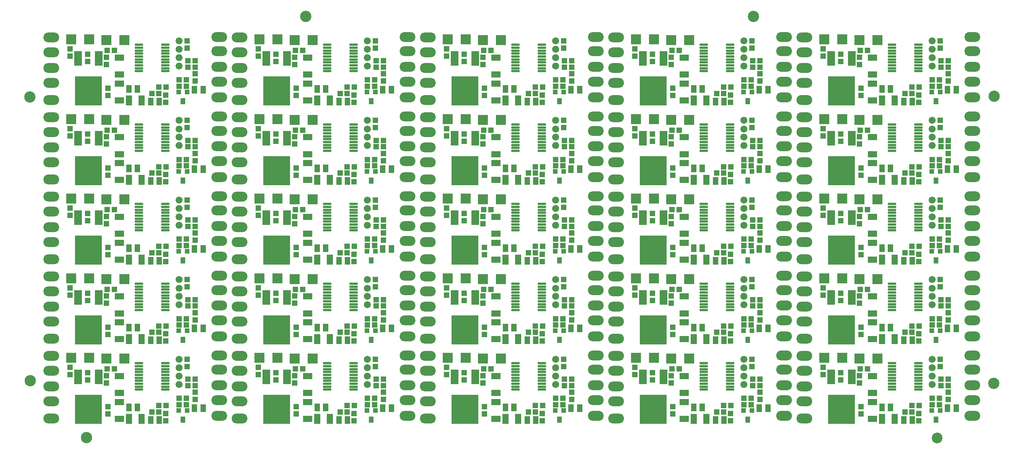
<source format=gts>
G04*
G04 #@! TF.GenerationSoftware,Altium Limited,Altium Designer,23.8.1 (32)*
G04*
G04 Layer_Color=8388736*
%FSTAX26Y26*%
%MOIN*%
G70*
G04*
G04 #@! TF.SameCoordinates,0658DAE7-6568-40E7-827A-ADBA6E925618*
G04*
G04*
G04 #@! TF.FilePolarity,Negative*
G04*
G01*
G75*
%ADD61C,0.098425*%
%ADD62C,0.093228*%
%ADD63R,0.047370X0.045402*%
%ADD64C,0.061024*%
%ADD65R,0.047370X0.065087*%
%ADD66R,0.070992X0.126110*%
%ADD67R,0.236346X0.252095*%
%ADD68O,0.076772X0.021654*%
%ADD69R,0.045402X0.047370*%
%ADD70R,0.044000X0.044000*%
%ADD71R,0.044000X0.058000*%
%ADD72R,0.057213X0.086740*%
%ADD73R,0.078866X0.057213*%
%ADD74R,0.086740X0.086740*%
%ADD75O,0.137921X0.086740*%
D61*
X08298266Y02878928D02*
D03*
X08295266Y00370928D02*
D03*
X06204031Y0357336D02*
D03*
X02304031D02*
D03*
X-00098483Y003937D02*
D03*
X00393512Y-00101861D02*
D03*
X-00099298Y02871928D02*
D03*
D62*
X07802266Y-00104867D02*
D03*
D63*
X0058Y00103504D02*
D03*
Y00166496D02*
D03*
X00403788Y0046267D02*
D03*
Y00399677D02*
D03*
X01338788Y0029267D02*
D03*
Y00229677D02*
D03*
X01268535Y00581636D02*
D03*
Y00518644D02*
D03*
X00565877Y00438005D02*
D03*
Y00375013D02*
D03*
X0024785Y0050994D02*
D03*
Y00446948D02*
D03*
X01083788Y0010767D02*
D03*
Y00044678D02*
D03*
X02220001Y00103504D02*
D03*
Y00166496D02*
D03*
X02043789Y0046267D02*
D03*
Y00399677D02*
D03*
X02978789Y0029267D02*
D03*
Y00229677D02*
D03*
X02908536Y00581636D02*
D03*
Y00518644D02*
D03*
X02205877Y00438005D02*
D03*
Y00375013D02*
D03*
X0188785Y0050994D02*
D03*
Y00446948D02*
D03*
X02723789Y0010767D02*
D03*
Y00044678D02*
D03*
X03860002Y00103504D02*
D03*
Y00166496D02*
D03*
X03683789Y0046267D02*
D03*
Y00399677D02*
D03*
X04618789Y0029267D02*
D03*
Y00229677D02*
D03*
X04548536Y00581636D02*
D03*
Y00518644D02*
D03*
X03845878Y00438005D02*
D03*
Y00375013D02*
D03*
X03527851Y0050994D02*
D03*
Y00446948D02*
D03*
X04363789Y0010767D02*
D03*
Y00044678D02*
D03*
X05500002Y00103504D02*
D03*
Y00166496D02*
D03*
X0532379Y0046267D02*
D03*
Y00399677D02*
D03*
X0625879Y0029267D02*
D03*
Y00229677D02*
D03*
X06188537Y00581636D02*
D03*
Y00518644D02*
D03*
X05485879Y00438005D02*
D03*
Y00375013D02*
D03*
X05167852Y0050994D02*
D03*
Y00446948D02*
D03*
X0600379Y0010767D02*
D03*
Y00044678D02*
D03*
X07140003Y00103504D02*
D03*
Y00166496D02*
D03*
X06963791Y0046267D02*
D03*
Y00399677D02*
D03*
X07898791Y0029267D02*
D03*
Y00229677D02*
D03*
X07828538Y00581636D02*
D03*
Y00518644D02*
D03*
X07125879Y00438005D02*
D03*
Y00375013D02*
D03*
X06807852Y0050994D02*
D03*
Y00446948D02*
D03*
X07643791Y0010767D02*
D03*
Y00044678D02*
D03*
X0058Y00798504D02*
D03*
Y00861496D02*
D03*
X00403788Y0115767D02*
D03*
Y01094677D02*
D03*
X01338788Y0098767D02*
D03*
Y00924677D02*
D03*
X01268535Y01276637D02*
D03*
Y01213644D02*
D03*
X00565877Y01133005D02*
D03*
Y01070013D02*
D03*
X0024785Y0120494D02*
D03*
Y01141948D02*
D03*
X01083788Y0080267D02*
D03*
Y00739678D02*
D03*
X02220001Y00798504D02*
D03*
Y00861496D02*
D03*
X02043789Y0115767D02*
D03*
Y01094677D02*
D03*
X02978789Y0098767D02*
D03*
Y00924677D02*
D03*
X02908536Y01276637D02*
D03*
Y01213644D02*
D03*
X02205877Y01133005D02*
D03*
Y01070013D02*
D03*
X0188785Y0120494D02*
D03*
Y01141948D02*
D03*
X02723789Y0080267D02*
D03*
Y00739678D02*
D03*
X03860002Y00798504D02*
D03*
Y00861496D02*
D03*
X03683789Y0115767D02*
D03*
Y01094677D02*
D03*
X04618789Y0098767D02*
D03*
Y00924677D02*
D03*
X04548536Y01276637D02*
D03*
Y01213644D02*
D03*
X03845878Y01133005D02*
D03*
Y01070013D02*
D03*
X03527851Y0120494D02*
D03*
Y01141948D02*
D03*
X04363789Y0080267D02*
D03*
Y00739678D02*
D03*
X05500002Y00798504D02*
D03*
Y00861496D02*
D03*
X0532379Y0115767D02*
D03*
Y01094677D02*
D03*
X0625879Y0098767D02*
D03*
Y00924677D02*
D03*
X06188537Y01276637D02*
D03*
Y01213644D02*
D03*
X05485879Y01133005D02*
D03*
Y01070013D02*
D03*
X05167852Y0120494D02*
D03*
Y01141948D02*
D03*
X0600379Y0080267D02*
D03*
Y00739678D02*
D03*
X07140003Y00798504D02*
D03*
Y00861496D02*
D03*
X06963791Y0115767D02*
D03*
Y01094677D02*
D03*
X07898791Y0098767D02*
D03*
Y00924677D02*
D03*
X07828538Y01276637D02*
D03*
Y01213644D02*
D03*
X07125879Y01133005D02*
D03*
Y01070013D02*
D03*
X06807852Y0120494D02*
D03*
Y01141948D02*
D03*
X07643791Y0080267D02*
D03*
Y00739678D02*
D03*
X0058Y01493504D02*
D03*
Y01556496D02*
D03*
X00403788Y0185267D02*
D03*
Y01789677D02*
D03*
X01338788Y0168267D02*
D03*
Y01619677D02*
D03*
X01268535Y01971637D02*
D03*
Y01908644D02*
D03*
X00565877Y01828005D02*
D03*
Y01765013D02*
D03*
X0024785Y0189994D02*
D03*
Y01836948D02*
D03*
X01083788Y0149767D02*
D03*
Y01434678D02*
D03*
X02220001Y01493504D02*
D03*
Y01556496D02*
D03*
X02043789Y0185267D02*
D03*
Y01789677D02*
D03*
X02978789Y0168267D02*
D03*
Y01619677D02*
D03*
X02908536Y01971637D02*
D03*
Y01908644D02*
D03*
X02205877Y01828005D02*
D03*
Y01765013D02*
D03*
X0188785Y0189994D02*
D03*
Y01836948D02*
D03*
X02723789Y0149767D02*
D03*
Y01434678D02*
D03*
X03860002Y01493504D02*
D03*
Y01556496D02*
D03*
X03683789Y0185267D02*
D03*
Y01789677D02*
D03*
X04618789Y0168267D02*
D03*
Y01619677D02*
D03*
X04548536Y01971637D02*
D03*
Y01908644D02*
D03*
X03845878Y01828005D02*
D03*
Y01765013D02*
D03*
X03527851Y0189994D02*
D03*
Y01836948D02*
D03*
X04363789Y0149767D02*
D03*
Y01434678D02*
D03*
X05500002Y01493504D02*
D03*
Y01556496D02*
D03*
X0532379Y0185267D02*
D03*
Y01789677D02*
D03*
X0625879Y0168267D02*
D03*
Y01619677D02*
D03*
X06188537Y01971637D02*
D03*
Y01908644D02*
D03*
X05485879Y01828005D02*
D03*
Y01765013D02*
D03*
X05167852Y0189994D02*
D03*
Y01836948D02*
D03*
X0600379Y0149767D02*
D03*
Y01434678D02*
D03*
X07140003Y01493504D02*
D03*
Y01556496D02*
D03*
X06963791Y0185267D02*
D03*
Y01789677D02*
D03*
X07898791Y0168267D02*
D03*
Y01619677D02*
D03*
X07828538Y01971637D02*
D03*
Y01908644D02*
D03*
X07125879Y01828005D02*
D03*
Y01765013D02*
D03*
X06807852Y0189994D02*
D03*
Y01836948D02*
D03*
X07643791Y0149767D02*
D03*
Y01434678D02*
D03*
X0058Y02188504D02*
D03*
Y02251496D02*
D03*
X00403788Y0254767D02*
D03*
Y02484677D02*
D03*
X01338788Y0237767D02*
D03*
Y02314677D02*
D03*
X01268535Y02666637D02*
D03*
Y02603644D02*
D03*
X00565877Y02523005D02*
D03*
Y02460013D02*
D03*
X0024785Y0259494D02*
D03*
Y02531948D02*
D03*
X01083788Y0219267D02*
D03*
Y02129677D02*
D03*
X02220001Y02188504D02*
D03*
Y02251496D02*
D03*
X02043789Y0254767D02*
D03*
Y02484677D02*
D03*
X02978789Y0237767D02*
D03*
Y02314677D02*
D03*
X02908536Y02666637D02*
D03*
Y02603644D02*
D03*
X02205877Y02523005D02*
D03*
Y02460013D02*
D03*
X0188785Y0259494D02*
D03*
Y02531948D02*
D03*
X02723789Y0219267D02*
D03*
Y02129677D02*
D03*
X03860002Y02188504D02*
D03*
Y02251496D02*
D03*
X03683789Y0254767D02*
D03*
Y02484677D02*
D03*
X04618789Y0237767D02*
D03*
Y02314677D02*
D03*
X04548536Y02666637D02*
D03*
Y02603644D02*
D03*
X03845878Y02523005D02*
D03*
Y02460013D02*
D03*
X03527851Y0259494D02*
D03*
Y02531948D02*
D03*
X04363789Y0219267D02*
D03*
Y02129677D02*
D03*
X05500002Y02188504D02*
D03*
Y02251496D02*
D03*
X0532379Y0254767D02*
D03*
Y02484677D02*
D03*
X0625879Y0237767D02*
D03*
Y02314677D02*
D03*
X06188537Y02666637D02*
D03*
Y02603644D02*
D03*
X05485879Y02523005D02*
D03*
Y02460013D02*
D03*
X05167852Y0259494D02*
D03*
Y02531948D02*
D03*
X0600379Y0219267D02*
D03*
Y02129677D02*
D03*
X07140003Y02188504D02*
D03*
Y02251496D02*
D03*
X06963791Y0254767D02*
D03*
Y02484677D02*
D03*
X07898791Y0237767D02*
D03*
Y02314677D02*
D03*
X07828538Y02666637D02*
D03*
Y02603644D02*
D03*
X07125879Y02523005D02*
D03*
Y02460013D02*
D03*
X06807852Y0259494D02*
D03*
Y02531948D02*
D03*
X07643791Y0219267D02*
D03*
Y02129677D02*
D03*
X0058Y02883504D02*
D03*
Y02946496D02*
D03*
X00403788Y0324267D02*
D03*
Y03179677D02*
D03*
X01338788Y0307267D02*
D03*
Y03009677D02*
D03*
X01268535Y03361637D02*
D03*
Y03298644D02*
D03*
X00565877Y03218005D02*
D03*
Y03155013D02*
D03*
X0024785Y0328994D02*
D03*
Y03226948D02*
D03*
X01083788Y0288767D02*
D03*
Y02824677D02*
D03*
X02220001Y02883504D02*
D03*
Y02946496D02*
D03*
X02043789Y0324267D02*
D03*
Y03179677D02*
D03*
X02978789Y0307267D02*
D03*
Y03009677D02*
D03*
X02908536Y03361637D02*
D03*
Y03298644D02*
D03*
X02205877Y03218005D02*
D03*
Y03155013D02*
D03*
X0188785Y0328994D02*
D03*
Y03226948D02*
D03*
X02723789Y0288767D02*
D03*
Y02824677D02*
D03*
X03860002Y02883504D02*
D03*
Y02946496D02*
D03*
X03683789Y0324267D02*
D03*
Y03179677D02*
D03*
X04618789Y0307267D02*
D03*
Y03009677D02*
D03*
X04548536Y03361637D02*
D03*
Y03298644D02*
D03*
X03845878Y03218005D02*
D03*
Y03155013D02*
D03*
X03527851Y0328994D02*
D03*
Y03226948D02*
D03*
X04363789Y0288767D02*
D03*
Y02824677D02*
D03*
X05500002Y02883504D02*
D03*
Y02946496D02*
D03*
X0532379Y0324267D02*
D03*
Y03179677D02*
D03*
X0625879Y0307267D02*
D03*
Y03009677D02*
D03*
X06188537Y03361637D02*
D03*
Y03298644D02*
D03*
X05485879Y03218005D02*
D03*
Y03155013D02*
D03*
X05167852Y0328994D02*
D03*
Y03226948D02*
D03*
X0600379Y0288767D02*
D03*
Y02824677D02*
D03*
X07140003Y02883504D02*
D03*
Y02946496D02*
D03*
X06963791Y0324267D02*
D03*
Y03179677D02*
D03*
X07898791Y0307267D02*
D03*
Y03009677D02*
D03*
X07828538Y03361637D02*
D03*
Y03298644D02*
D03*
X07125879Y03218005D02*
D03*
Y03155013D02*
D03*
X06807852Y0328994D02*
D03*
Y03226948D02*
D03*
X07643791Y0288767D02*
D03*
Y02824677D02*
D03*
D64*
X01199413Y00581052D02*
D03*
X01199866Y00507129D02*
D03*
X01199413Y00435021D02*
D03*
X0119896Y00362458D02*
D03*
X02839414Y00581052D02*
D03*
X02839867Y00507129D02*
D03*
X02839414Y00435021D02*
D03*
X0283896Y00362458D02*
D03*
X04479414Y00581052D02*
D03*
X04479868Y00507129D02*
D03*
X04479414Y00435021D02*
D03*
X04478961Y00362458D02*
D03*
X06119415Y00581052D02*
D03*
X06119868Y00507129D02*
D03*
X06119415Y00435021D02*
D03*
X06118962Y00362458D02*
D03*
X07759416Y00581052D02*
D03*
X07759869Y00507129D02*
D03*
X07759416Y00435021D02*
D03*
X07758962Y00362458D02*
D03*
X01199413Y01276052D02*
D03*
X01199866Y01202129D02*
D03*
X01199413Y01130021D02*
D03*
X0119896Y01057458D02*
D03*
X02839414Y01276052D02*
D03*
X02839867Y01202129D02*
D03*
X02839414Y01130021D02*
D03*
X0283896Y01057458D02*
D03*
X04479414Y01276052D02*
D03*
X04479868Y01202129D02*
D03*
X04479414Y01130021D02*
D03*
X04478961Y01057458D02*
D03*
X06119415Y01276052D02*
D03*
X06119868Y01202129D02*
D03*
X06119415Y01130021D02*
D03*
X06118962Y01057458D02*
D03*
X07759416Y01276052D02*
D03*
X07759869Y01202129D02*
D03*
X07759416Y01130021D02*
D03*
X07758962Y01057458D02*
D03*
X01199413Y01971052D02*
D03*
X01199866Y01897129D02*
D03*
X01199413Y01825021D02*
D03*
X0119896Y01752458D02*
D03*
X02839414Y01971052D02*
D03*
X02839867Y01897129D02*
D03*
X02839414Y01825021D02*
D03*
X0283896Y01752458D02*
D03*
X04479414Y01971052D02*
D03*
X04479868Y01897129D02*
D03*
X04479414Y01825021D02*
D03*
X04478961Y01752458D02*
D03*
X06119415Y01971052D02*
D03*
X06119868Y01897129D02*
D03*
X06119415Y01825021D02*
D03*
X06118962Y01752458D02*
D03*
X07759416Y01971052D02*
D03*
X07759869Y01897129D02*
D03*
X07759416Y01825021D02*
D03*
X07758962Y01752458D02*
D03*
X01199413Y02666052D02*
D03*
X01199866Y02592129D02*
D03*
X01199413Y02520021D02*
D03*
X0119896Y02447458D02*
D03*
X02839414Y02666052D02*
D03*
X02839867Y02592129D02*
D03*
X02839414Y02520021D02*
D03*
X0283896Y02447458D02*
D03*
X04479414Y02666052D02*
D03*
X04479868Y02592129D02*
D03*
X04479414Y02520021D02*
D03*
X04478961Y02447458D02*
D03*
X06119415Y02666052D02*
D03*
X06119868Y02592129D02*
D03*
X06119415Y02520021D02*
D03*
X06118962Y02447458D02*
D03*
X07759416Y02666052D02*
D03*
X07759869Y02592129D02*
D03*
X07759416Y02520021D02*
D03*
X07758962Y02447458D02*
D03*
X01199413Y03361052D02*
D03*
X01199866Y03287129D02*
D03*
X01199413Y03215021D02*
D03*
X0119896Y03142458D02*
D03*
X02839414Y03361052D02*
D03*
X02839867Y03287129D02*
D03*
X02839414Y03215021D02*
D03*
X0283896Y03142458D02*
D03*
X04479414Y03361052D02*
D03*
X04479868Y03287129D02*
D03*
X04479414Y03215021D02*
D03*
X04478961Y03142458D02*
D03*
X06119415Y03361052D02*
D03*
X06119868Y03287129D02*
D03*
X06119415Y03215021D02*
D03*
X06118962Y03142458D02*
D03*
X07759416Y03361052D02*
D03*
X07759869Y03287129D02*
D03*
X07759416Y03215021D02*
D03*
X07758962Y03142458D02*
D03*
D65*
X00761387Y00161173D02*
D03*
X0083619D02*
D03*
X01407402Y00155D02*
D03*
X01332599D02*
D03*
X00951387Y00051173D02*
D03*
X0102619D02*
D03*
X02401387Y00161173D02*
D03*
X0247619D02*
D03*
X03047403Y00155D02*
D03*
X02972599D02*
D03*
X02591387Y00051173D02*
D03*
X0266619D02*
D03*
X04041388Y00161173D02*
D03*
X04116191D02*
D03*
X04687403Y00155D02*
D03*
X046126D02*
D03*
X04231388Y00051173D02*
D03*
X04306191D02*
D03*
X05681389Y00161173D02*
D03*
X05756192D02*
D03*
X06327404Y00155D02*
D03*
X06252601D02*
D03*
X05871389Y00051173D02*
D03*
X05946192D02*
D03*
X07321389Y00161173D02*
D03*
X07396193D02*
D03*
X07967405Y00155D02*
D03*
X07892602D02*
D03*
X07511389Y00051173D02*
D03*
X07586193D02*
D03*
X00761387Y00856173D02*
D03*
X0083619D02*
D03*
X01407402Y0085D02*
D03*
X01332599D02*
D03*
X00951387Y00746173D02*
D03*
X0102619D02*
D03*
X02401387Y00856173D02*
D03*
X0247619D02*
D03*
X03047403Y0085D02*
D03*
X02972599D02*
D03*
X02591387Y00746173D02*
D03*
X0266619D02*
D03*
X04041388Y00856173D02*
D03*
X04116191D02*
D03*
X04687403Y0085D02*
D03*
X046126D02*
D03*
X04231388Y00746173D02*
D03*
X04306191D02*
D03*
X05681389Y00856173D02*
D03*
X05756192D02*
D03*
X06327404Y0085D02*
D03*
X06252601D02*
D03*
X05871389Y00746173D02*
D03*
X05946192D02*
D03*
X07321389Y00856173D02*
D03*
X07396193D02*
D03*
X07967405Y0085D02*
D03*
X07892602D02*
D03*
X07511389Y00746173D02*
D03*
X07586193D02*
D03*
X00761387Y01551174D02*
D03*
X0083619D02*
D03*
X01407402Y01545D02*
D03*
X01332599D02*
D03*
X00951387Y01441174D02*
D03*
X0102619D02*
D03*
X02401387Y01551174D02*
D03*
X0247619D02*
D03*
X03047403Y01545D02*
D03*
X02972599D02*
D03*
X02591387Y01441174D02*
D03*
X0266619D02*
D03*
X04041388Y01551174D02*
D03*
X04116191D02*
D03*
X04687403Y01545D02*
D03*
X046126D02*
D03*
X04231388Y01441174D02*
D03*
X04306191D02*
D03*
X05681389Y01551174D02*
D03*
X05756192D02*
D03*
X06327404Y01545D02*
D03*
X06252601D02*
D03*
X05871389Y01441174D02*
D03*
X05946192D02*
D03*
X07321389Y01551174D02*
D03*
X07396193D02*
D03*
X07967405Y01545D02*
D03*
X07892602D02*
D03*
X07511389Y01441174D02*
D03*
X07586193D02*
D03*
X00761387Y02246173D02*
D03*
X0083619D02*
D03*
X01407402Y0224D02*
D03*
X01332599D02*
D03*
X00951387Y02136173D02*
D03*
X0102619D02*
D03*
X02401387Y02246173D02*
D03*
X0247619D02*
D03*
X03047403Y0224D02*
D03*
X02972599D02*
D03*
X02591387Y02136173D02*
D03*
X0266619D02*
D03*
X04041388Y02246173D02*
D03*
X04116191D02*
D03*
X04687403Y0224D02*
D03*
X046126D02*
D03*
X04231388Y02136173D02*
D03*
X04306191D02*
D03*
X05681389Y02246173D02*
D03*
X05756192D02*
D03*
X06327404Y0224D02*
D03*
X06252601D02*
D03*
X05871389Y02136173D02*
D03*
X05946192D02*
D03*
X07321389Y02246173D02*
D03*
X07396193D02*
D03*
X07967405Y0224D02*
D03*
X07892602D02*
D03*
X07511389Y02136173D02*
D03*
X07586193D02*
D03*
X00761387Y02941173D02*
D03*
X0083619D02*
D03*
X01407402Y02935D02*
D03*
X01332599D02*
D03*
X00951387Y02831173D02*
D03*
X0102619D02*
D03*
X02401387Y02941173D02*
D03*
X0247619D02*
D03*
X03047403Y02935D02*
D03*
X02972599D02*
D03*
X02591387Y02831173D02*
D03*
X0266619D02*
D03*
X04041388Y02941173D02*
D03*
X04116191D02*
D03*
X04687403Y02935D02*
D03*
X046126D02*
D03*
X04231388Y02831173D02*
D03*
X04306191D02*
D03*
X05681389Y02941173D02*
D03*
X05756192D02*
D03*
X06327404Y02935D02*
D03*
X06252601D02*
D03*
X05871389Y02831173D02*
D03*
X05946192D02*
D03*
X07321389Y02941173D02*
D03*
X07396193D02*
D03*
X07967405Y02935D02*
D03*
X07892602D02*
D03*
X07511389Y02831173D02*
D03*
X07586193D02*
D03*
D66*
X00498749Y00426528D02*
D03*
X00318827D02*
D03*
X02138749D02*
D03*
X01958828D02*
D03*
X0377875D02*
D03*
X03598829D02*
D03*
X05418751D02*
D03*
X0523883D02*
D03*
X07058752D02*
D03*
X0687883D02*
D03*
X00498749Y01121528D02*
D03*
X00318827D02*
D03*
X02138749D02*
D03*
X01958828D02*
D03*
X0377875D02*
D03*
X03598829D02*
D03*
X05418751D02*
D03*
X0523883D02*
D03*
X07058752D02*
D03*
X0687883D02*
D03*
X00498749Y01816528D02*
D03*
X00318827D02*
D03*
X02138749D02*
D03*
X01958828D02*
D03*
X0377875D02*
D03*
X03598829D02*
D03*
X05418751D02*
D03*
X0523883D02*
D03*
X07058752D02*
D03*
X0687883D02*
D03*
X00498749Y02511528D02*
D03*
X00318827D02*
D03*
X02138749D02*
D03*
X01958828D02*
D03*
X0377875D02*
D03*
X03598829D02*
D03*
X05418751D02*
D03*
X0523883D02*
D03*
X07058752D02*
D03*
X0687883D02*
D03*
X00498749Y03206528D02*
D03*
X00318827D02*
D03*
X02138749D02*
D03*
X01958828D02*
D03*
X0377875D02*
D03*
X03598829D02*
D03*
X05418751D02*
D03*
X0523883D02*
D03*
X07058752D02*
D03*
X0687883D02*
D03*
D67*
X00408788Y00143851D02*
D03*
X02048789D02*
D03*
X03688789D02*
D03*
X0532879D02*
D03*
X06968791D02*
D03*
X00408788Y00838851D02*
D03*
X02048789D02*
D03*
X03688789D02*
D03*
X0532879D02*
D03*
X06968791D02*
D03*
X00408788Y01533851D02*
D03*
X02048789D02*
D03*
X03688789D02*
D03*
X0532879D02*
D03*
X06968791D02*
D03*
X00408788Y02228851D02*
D03*
X02048789D02*
D03*
X03688789D02*
D03*
X0532879D02*
D03*
X06968791D02*
D03*
X00408788Y02923851D02*
D03*
X02048789D02*
D03*
X03688789D02*
D03*
X0532879D02*
D03*
X06968791D02*
D03*
D68*
X01077961Y00316016D02*
D03*
Y00341607D02*
D03*
Y00367197D02*
D03*
Y00392788D02*
D03*
Y00418378D02*
D03*
Y00443969D02*
D03*
Y00469559D02*
D03*
Y0049515D02*
D03*
Y0052074D02*
D03*
Y00546331D02*
D03*
X00849615Y00316016D02*
D03*
Y00341607D02*
D03*
Y00367197D02*
D03*
Y00392788D02*
D03*
Y00418378D02*
D03*
Y00443969D02*
D03*
Y00469559D02*
D03*
Y0049515D02*
D03*
Y0052074D02*
D03*
Y00546331D02*
D03*
X02717962Y00316016D02*
D03*
Y00341607D02*
D03*
Y00367197D02*
D03*
Y00392788D02*
D03*
Y00418378D02*
D03*
Y00443969D02*
D03*
Y00469559D02*
D03*
Y0049515D02*
D03*
Y0052074D02*
D03*
Y00546331D02*
D03*
X02489616Y00316016D02*
D03*
Y00341607D02*
D03*
Y00367197D02*
D03*
Y00392788D02*
D03*
Y00418378D02*
D03*
Y00443969D02*
D03*
Y00469559D02*
D03*
Y0049515D02*
D03*
Y0052074D02*
D03*
Y00546331D02*
D03*
X04357963Y00316016D02*
D03*
Y00341607D02*
D03*
Y00367197D02*
D03*
Y00392788D02*
D03*
Y00418378D02*
D03*
Y00443969D02*
D03*
Y00469559D02*
D03*
Y0049515D02*
D03*
Y0052074D02*
D03*
Y00546331D02*
D03*
X04129616Y00316016D02*
D03*
Y00341607D02*
D03*
Y00367197D02*
D03*
Y00392788D02*
D03*
Y00418378D02*
D03*
Y00443969D02*
D03*
Y00469559D02*
D03*
Y0049515D02*
D03*
Y0052074D02*
D03*
Y00546331D02*
D03*
X05997963Y00316016D02*
D03*
Y00341607D02*
D03*
Y00367197D02*
D03*
Y00392788D02*
D03*
Y00418378D02*
D03*
Y00443969D02*
D03*
Y00469559D02*
D03*
Y0049515D02*
D03*
Y0052074D02*
D03*
Y00546331D02*
D03*
X05769617Y00316016D02*
D03*
Y00341607D02*
D03*
Y00367197D02*
D03*
Y00392788D02*
D03*
Y00418378D02*
D03*
Y00443969D02*
D03*
Y00469559D02*
D03*
Y0049515D02*
D03*
Y0052074D02*
D03*
Y00546331D02*
D03*
X07637964Y00316016D02*
D03*
Y00341607D02*
D03*
Y00367197D02*
D03*
Y00392788D02*
D03*
Y00418378D02*
D03*
Y00443969D02*
D03*
Y00469559D02*
D03*
Y0049515D02*
D03*
Y0052074D02*
D03*
Y00546331D02*
D03*
X07409618Y00316016D02*
D03*
Y00341607D02*
D03*
Y00367197D02*
D03*
Y00392788D02*
D03*
Y00418378D02*
D03*
Y00443969D02*
D03*
Y00469559D02*
D03*
Y0049515D02*
D03*
Y0052074D02*
D03*
Y00546331D02*
D03*
X01077961Y01011016D02*
D03*
Y01036607D02*
D03*
Y01062197D02*
D03*
Y01087788D02*
D03*
Y01113378D02*
D03*
Y01138969D02*
D03*
Y01164559D02*
D03*
Y0119015D02*
D03*
Y0121574D02*
D03*
Y01241331D02*
D03*
X00849615Y01011016D02*
D03*
Y01036607D02*
D03*
Y01062197D02*
D03*
Y01087788D02*
D03*
Y01113378D02*
D03*
Y01138969D02*
D03*
Y01164559D02*
D03*
Y0119015D02*
D03*
Y0121574D02*
D03*
Y01241331D02*
D03*
X02717962Y01011016D02*
D03*
Y01036607D02*
D03*
Y01062197D02*
D03*
Y01087788D02*
D03*
Y01113378D02*
D03*
Y01138969D02*
D03*
Y01164559D02*
D03*
Y0119015D02*
D03*
Y0121574D02*
D03*
Y01241331D02*
D03*
X02489616Y01011016D02*
D03*
Y01036607D02*
D03*
Y01062197D02*
D03*
Y01087788D02*
D03*
Y01113378D02*
D03*
Y01138969D02*
D03*
Y01164559D02*
D03*
Y0119015D02*
D03*
Y0121574D02*
D03*
Y01241331D02*
D03*
X04357963Y01011016D02*
D03*
Y01036607D02*
D03*
Y01062197D02*
D03*
Y01087788D02*
D03*
Y01113378D02*
D03*
Y01138969D02*
D03*
Y01164559D02*
D03*
Y0119015D02*
D03*
Y0121574D02*
D03*
Y01241331D02*
D03*
X04129616Y01011016D02*
D03*
Y01036607D02*
D03*
Y01062197D02*
D03*
Y01087788D02*
D03*
Y01113378D02*
D03*
Y01138969D02*
D03*
Y01164559D02*
D03*
Y0119015D02*
D03*
Y0121574D02*
D03*
Y01241331D02*
D03*
X05997963Y01011016D02*
D03*
Y01036607D02*
D03*
Y01062197D02*
D03*
Y01087788D02*
D03*
Y01113378D02*
D03*
Y01138969D02*
D03*
Y01164559D02*
D03*
Y0119015D02*
D03*
Y0121574D02*
D03*
Y01241331D02*
D03*
X05769617Y01011016D02*
D03*
Y01036607D02*
D03*
Y01062197D02*
D03*
Y01087788D02*
D03*
Y01113378D02*
D03*
Y01138969D02*
D03*
Y01164559D02*
D03*
Y0119015D02*
D03*
Y0121574D02*
D03*
Y01241331D02*
D03*
X07637964Y01011016D02*
D03*
Y01036607D02*
D03*
Y01062197D02*
D03*
Y01087788D02*
D03*
Y01113378D02*
D03*
Y01138969D02*
D03*
Y01164559D02*
D03*
Y0119015D02*
D03*
Y0121574D02*
D03*
Y01241331D02*
D03*
X07409618Y01011016D02*
D03*
Y01036607D02*
D03*
Y01062197D02*
D03*
Y01087788D02*
D03*
Y01113378D02*
D03*
Y01138969D02*
D03*
Y01164559D02*
D03*
Y0119015D02*
D03*
Y0121574D02*
D03*
Y01241331D02*
D03*
X01077961Y01706016D02*
D03*
Y01731607D02*
D03*
Y01757197D02*
D03*
Y01782788D02*
D03*
Y01808378D02*
D03*
Y01833969D02*
D03*
Y01859559D02*
D03*
Y0188515D02*
D03*
Y0191074D02*
D03*
Y01936331D02*
D03*
X00849615Y01706016D02*
D03*
Y01731607D02*
D03*
Y01757197D02*
D03*
Y01782788D02*
D03*
Y01808378D02*
D03*
Y01833969D02*
D03*
Y01859559D02*
D03*
Y0188515D02*
D03*
Y0191074D02*
D03*
Y01936331D02*
D03*
X02717962Y01706016D02*
D03*
Y01731607D02*
D03*
Y01757197D02*
D03*
Y01782788D02*
D03*
Y01808378D02*
D03*
Y01833969D02*
D03*
Y01859559D02*
D03*
Y0188515D02*
D03*
Y0191074D02*
D03*
Y01936331D02*
D03*
X02489616Y01706016D02*
D03*
Y01731607D02*
D03*
Y01757197D02*
D03*
Y01782788D02*
D03*
Y01808378D02*
D03*
Y01833969D02*
D03*
Y01859559D02*
D03*
Y0188515D02*
D03*
Y0191074D02*
D03*
Y01936331D02*
D03*
X04357963Y01706016D02*
D03*
Y01731607D02*
D03*
Y01757197D02*
D03*
Y01782788D02*
D03*
Y01808378D02*
D03*
Y01833969D02*
D03*
Y01859559D02*
D03*
Y0188515D02*
D03*
Y0191074D02*
D03*
Y01936331D02*
D03*
X04129616Y01706016D02*
D03*
Y01731607D02*
D03*
Y01757197D02*
D03*
Y01782788D02*
D03*
Y01808378D02*
D03*
Y01833969D02*
D03*
Y01859559D02*
D03*
Y0188515D02*
D03*
Y0191074D02*
D03*
Y01936331D02*
D03*
X05997963Y01706016D02*
D03*
Y01731607D02*
D03*
Y01757197D02*
D03*
Y01782788D02*
D03*
Y01808378D02*
D03*
Y01833969D02*
D03*
Y01859559D02*
D03*
Y0188515D02*
D03*
Y0191074D02*
D03*
Y01936331D02*
D03*
X05769617Y01706016D02*
D03*
Y01731607D02*
D03*
Y01757197D02*
D03*
Y01782788D02*
D03*
Y01808378D02*
D03*
Y01833969D02*
D03*
Y01859559D02*
D03*
Y0188515D02*
D03*
Y0191074D02*
D03*
Y01936331D02*
D03*
X07637964Y01706016D02*
D03*
Y01731607D02*
D03*
Y01757197D02*
D03*
Y01782788D02*
D03*
Y01808378D02*
D03*
Y01833969D02*
D03*
Y01859559D02*
D03*
Y0188515D02*
D03*
Y0191074D02*
D03*
Y01936331D02*
D03*
X07409618Y01706016D02*
D03*
Y01731607D02*
D03*
Y01757197D02*
D03*
Y01782788D02*
D03*
Y01808378D02*
D03*
Y01833969D02*
D03*
Y01859559D02*
D03*
Y0188515D02*
D03*
Y0191074D02*
D03*
Y01936331D02*
D03*
X01077961Y02401016D02*
D03*
Y02426607D02*
D03*
Y02452197D02*
D03*
Y02477788D02*
D03*
Y02503378D02*
D03*
Y02528969D02*
D03*
Y02554559D02*
D03*
Y0258015D02*
D03*
Y0260574D02*
D03*
Y02631331D02*
D03*
X00849615Y02401016D02*
D03*
Y02426607D02*
D03*
Y02452197D02*
D03*
Y02477788D02*
D03*
Y02503378D02*
D03*
Y02528969D02*
D03*
Y02554559D02*
D03*
Y0258015D02*
D03*
Y0260574D02*
D03*
Y02631331D02*
D03*
X02717962Y02401016D02*
D03*
Y02426607D02*
D03*
Y02452197D02*
D03*
Y02477788D02*
D03*
Y02503378D02*
D03*
Y02528969D02*
D03*
Y02554559D02*
D03*
Y0258015D02*
D03*
Y0260574D02*
D03*
Y02631331D02*
D03*
X02489616Y02401016D02*
D03*
Y02426607D02*
D03*
Y02452197D02*
D03*
Y02477788D02*
D03*
Y02503378D02*
D03*
Y02528969D02*
D03*
Y02554559D02*
D03*
Y0258015D02*
D03*
Y0260574D02*
D03*
Y02631331D02*
D03*
X04357963Y02401016D02*
D03*
Y02426607D02*
D03*
Y02452197D02*
D03*
Y02477788D02*
D03*
Y02503378D02*
D03*
Y02528969D02*
D03*
Y02554559D02*
D03*
Y0258015D02*
D03*
Y0260574D02*
D03*
Y02631331D02*
D03*
X04129616Y02401016D02*
D03*
Y02426607D02*
D03*
Y02452197D02*
D03*
Y02477788D02*
D03*
Y02503378D02*
D03*
Y02528969D02*
D03*
Y02554559D02*
D03*
Y0258015D02*
D03*
Y0260574D02*
D03*
Y02631331D02*
D03*
X05997963Y02401016D02*
D03*
Y02426607D02*
D03*
Y02452197D02*
D03*
Y02477788D02*
D03*
Y02503378D02*
D03*
Y02528969D02*
D03*
Y02554559D02*
D03*
Y0258015D02*
D03*
Y0260574D02*
D03*
Y02631331D02*
D03*
X05769617Y02401016D02*
D03*
Y02426607D02*
D03*
Y02452197D02*
D03*
Y02477788D02*
D03*
Y02503378D02*
D03*
Y02528969D02*
D03*
Y02554559D02*
D03*
Y0258015D02*
D03*
Y0260574D02*
D03*
Y02631331D02*
D03*
X07637964Y02401016D02*
D03*
Y02426607D02*
D03*
Y02452197D02*
D03*
Y02477788D02*
D03*
Y02503378D02*
D03*
Y02528969D02*
D03*
Y02554559D02*
D03*
Y0258015D02*
D03*
Y0260574D02*
D03*
Y02631331D02*
D03*
X07409618Y02401016D02*
D03*
Y02426607D02*
D03*
Y02452197D02*
D03*
Y02477788D02*
D03*
Y02503378D02*
D03*
Y02528969D02*
D03*
Y02554559D02*
D03*
Y0258015D02*
D03*
Y0260574D02*
D03*
Y02631331D02*
D03*
X01077961Y03096016D02*
D03*
Y03121607D02*
D03*
Y03147197D02*
D03*
Y03172788D02*
D03*
Y03198378D02*
D03*
Y03223969D02*
D03*
Y03249559D02*
D03*
Y0327515D02*
D03*
Y0330074D02*
D03*
Y03326331D02*
D03*
X00849615Y03096016D02*
D03*
Y03121607D02*
D03*
Y03147197D02*
D03*
Y03172788D02*
D03*
Y03198378D02*
D03*
Y03223969D02*
D03*
Y03249559D02*
D03*
Y0327515D02*
D03*
Y0330074D02*
D03*
Y03326331D02*
D03*
X02717962Y03096016D02*
D03*
Y03121607D02*
D03*
Y03147197D02*
D03*
Y03172788D02*
D03*
Y03198378D02*
D03*
Y03223969D02*
D03*
Y03249559D02*
D03*
Y0327515D02*
D03*
Y0330074D02*
D03*
Y03326331D02*
D03*
X02489616Y03096016D02*
D03*
Y03121607D02*
D03*
Y03147197D02*
D03*
Y03172788D02*
D03*
Y03198378D02*
D03*
Y03223969D02*
D03*
Y03249559D02*
D03*
Y0327515D02*
D03*
Y0330074D02*
D03*
Y03326331D02*
D03*
X04357963Y03096016D02*
D03*
Y03121607D02*
D03*
Y03147197D02*
D03*
Y03172788D02*
D03*
Y03198378D02*
D03*
Y03223969D02*
D03*
Y03249559D02*
D03*
Y0327515D02*
D03*
Y0330074D02*
D03*
Y03326331D02*
D03*
X04129616Y03096016D02*
D03*
Y03121607D02*
D03*
Y03147197D02*
D03*
Y03172788D02*
D03*
Y03198378D02*
D03*
Y03223969D02*
D03*
Y03249559D02*
D03*
Y0327515D02*
D03*
Y0330074D02*
D03*
Y03326331D02*
D03*
X05997963Y03096016D02*
D03*
Y03121607D02*
D03*
Y03147197D02*
D03*
Y03172788D02*
D03*
Y03198378D02*
D03*
Y03223969D02*
D03*
Y03249559D02*
D03*
Y0327515D02*
D03*
Y0330074D02*
D03*
Y03326331D02*
D03*
X05769617Y03096016D02*
D03*
Y03121607D02*
D03*
Y03147197D02*
D03*
Y03172788D02*
D03*
Y03198378D02*
D03*
Y03223969D02*
D03*
Y03249559D02*
D03*
Y0327515D02*
D03*
Y0330074D02*
D03*
Y03326331D02*
D03*
X07637964Y03096016D02*
D03*
Y03121607D02*
D03*
Y03147197D02*
D03*
Y03172788D02*
D03*
Y03198378D02*
D03*
Y03223969D02*
D03*
Y03249559D02*
D03*
Y0327515D02*
D03*
Y0330074D02*
D03*
Y03326331D02*
D03*
X07409618Y03096016D02*
D03*
Y03121607D02*
D03*
Y03147197D02*
D03*
Y03172788D02*
D03*
Y03198378D02*
D03*
Y03223969D02*
D03*
Y03249559D02*
D03*
Y0327515D02*
D03*
Y0330074D02*
D03*
Y03326331D02*
D03*
D69*
X00635284Y00496173D02*
D03*
X00572292D02*
D03*
X01198504Y00185D02*
D03*
X01261496D02*
D03*
X01338788Y00406173D02*
D03*
X01275796D02*
D03*
X01198504Y0024D02*
D03*
X01261496D02*
D03*
X0108678Y00176173D02*
D03*
X01023788D02*
D03*
Y00121174D02*
D03*
X00960796D02*
D03*
X01275796Y00351173D02*
D03*
X01338788D02*
D03*
X02275285Y00496173D02*
D03*
X02212293D02*
D03*
X02838505Y00185D02*
D03*
X02901497D02*
D03*
X02978789Y00406173D02*
D03*
X02915797D02*
D03*
X02838505Y0024D02*
D03*
X02901497D02*
D03*
X02726781Y00176173D02*
D03*
X02663789D02*
D03*
Y00121174D02*
D03*
X02600797D02*
D03*
X02915797Y00351173D02*
D03*
X02978789D02*
D03*
X03915286Y00496173D02*
D03*
X03852293D02*
D03*
X04478506Y00185D02*
D03*
X04541498D02*
D03*
X04618789Y00406173D02*
D03*
X04555797D02*
D03*
X04478506Y0024D02*
D03*
X04541498D02*
D03*
X04366782Y00176173D02*
D03*
X04303789D02*
D03*
Y00121174D02*
D03*
X04240797D02*
D03*
X04555797Y00351173D02*
D03*
X04618789D02*
D03*
X05555286Y00496173D02*
D03*
X05492294D02*
D03*
X06118506Y00185D02*
D03*
X06181499D02*
D03*
X0625879Y00406173D02*
D03*
X06195798D02*
D03*
X06118506Y0024D02*
D03*
X06181499D02*
D03*
X06006782Y00176173D02*
D03*
X0594379D02*
D03*
Y00121174D02*
D03*
X05880798D02*
D03*
X06195798Y00351173D02*
D03*
X0625879D02*
D03*
X07195287Y00496173D02*
D03*
X07132295D02*
D03*
X07758507Y00185D02*
D03*
X07821499D02*
D03*
X07898791Y00406173D02*
D03*
X07835799D02*
D03*
X07758507Y0024D02*
D03*
X07821499D02*
D03*
X07646783Y00176173D02*
D03*
X07583791D02*
D03*
Y00121174D02*
D03*
X07520799D02*
D03*
X07835799Y00351173D02*
D03*
X07898791D02*
D03*
X00635284Y01191174D02*
D03*
X00572292D02*
D03*
X01198504Y0088D02*
D03*
X01261496D02*
D03*
X01338788Y01101174D02*
D03*
X01275796D02*
D03*
X01198504Y00935D02*
D03*
X01261496D02*
D03*
X0108678Y00871173D02*
D03*
X01023788D02*
D03*
Y00816173D02*
D03*
X00960796D02*
D03*
X01275796Y01046174D02*
D03*
X01338788D02*
D03*
X02275285Y01191174D02*
D03*
X02212293D02*
D03*
X02838505Y0088D02*
D03*
X02901497D02*
D03*
X02978789Y01101174D02*
D03*
X02915797D02*
D03*
X02838505Y00935D02*
D03*
X02901497D02*
D03*
X02726781Y00871173D02*
D03*
X02663789D02*
D03*
Y00816173D02*
D03*
X02600797D02*
D03*
X02915797Y01046174D02*
D03*
X02978789D02*
D03*
X03915286Y01191174D02*
D03*
X03852293D02*
D03*
X04478506Y0088D02*
D03*
X04541498D02*
D03*
X04618789Y01101174D02*
D03*
X04555797D02*
D03*
X04478506Y00935D02*
D03*
X04541498D02*
D03*
X04366782Y00871173D02*
D03*
X04303789D02*
D03*
Y00816173D02*
D03*
X04240797D02*
D03*
X04555797Y01046174D02*
D03*
X04618789D02*
D03*
X05555286Y01191174D02*
D03*
X05492294D02*
D03*
X06118506Y0088D02*
D03*
X06181499D02*
D03*
X0625879Y01101174D02*
D03*
X06195798D02*
D03*
X06118506Y00935D02*
D03*
X06181499D02*
D03*
X06006782Y00871173D02*
D03*
X0594379D02*
D03*
Y00816173D02*
D03*
X05880798D02*
D03*
X06195798Y01046174D02*
D03*
X0625879D02*
D03*
X07195287Y01191174D02*
D03*
X07132295D02*
D03*
X07758507Y0088D02*
D03*
X07821499D02*
D03*
X07898791Y01101174D02*
D03*
X07835799D02*
D03*
X07758507Y00935D02*
D03*
X07821499D02*
D03*
X07646783Y00871173D02*
D03*
X07583791D02*
D03*
Y00816173D02*
D03*
X07520799D02*
D03*
X07835799Y01046174D02*
D03*
X07898791D02*
D03*
X00635284Y01886174D02*
D03*
X00572292D02*
D03*
X01198504Y01575D02*
D03*
X01261496D02*
D03*
X01338788Y01796174D02*
D03*
X01275796D02*
D03*
X01198504Y0163D02*
D03*
X01261496D02*
D03*
X0108678Y01566174D02*
D03*
X01023788D02*
D03*
Y01511174D02*
D03*
X00960796D02*
D03*
X01275796Y01741174D02*
D03*
X01338788D02*
D03*
X02275285Y01886174D02*
D03*
X02212293D02*
D03*
X02838505Y01575D02*
D03*
X02901497D02*
D03*
X02978789Y01796174D02*
D03*
X02915797D02*
D03*
X02838505Y0163D02*
D03*
X02901497D02*
D03*
X02726781Y01566174D02*
D03*
X02663789D02*
D03*
Y01511174D02*
D03*
X02600797D02*
D03*
X02915797Y01741174D02*
D03*
X02978789D02*
D03*
X03915286Y01886174D02*
D03*
X03852293D02*
D03*
X04478506Y01575D02*
D03*
X04541498D02*
D03*
X04618789Y01796174D02*
D03*
X04555797D02*
D03*
X04478506Y0163D02*
D03*
X04541498D02*
D03*
X04366782Y01566174D02*
D03*
X04303789D02*
D03*
Y01511174D02*
D03*
X04240797D02*
D03*
X04555797Y01741174D02*
D03*
X04618789D02*
D03*
X05555286Y01886174D02*
D03*
X05492294D02*
D03*
X06118506Y01575D02*
D03*
X06181499D02*
D03*
X0625879Y01796174D02*
D03*
X06195798D02*
D03*
X06118506Y0163D02*
D03*
X06181499D02*
D03*
X06006782Y01566174D02*
D03*
X0594379D02*
D03*
Y01511174D02*
D03*
X05880798D02*
D03*
X06195798Y01741174D02*
D03*
X0625879D02*
D03*
X07195287Y01886174D02*
D03*
X07132295D02*
D03*
X07758507Y01575D02*
D03*
X07821499D02*
D03*
X07898791Y01796174D02*
D03*
X07835799D02*
D03*
X07758507Y0163D02*
D03*
X07821499D02*
D03*
X07646783Y01566174D02*
D03*
X07583791D02*
D03*
Y01511174D02*
D03*
X07520799D02*
D03*
X07835799Y01741174D02*
D03*
X07898791D02*
D03*
X00635284Y02581173D02*
D03*
X00572292D02*
D03*
X01198504Y0227D02*
D03*
X01261496D02*
D03*
X01338788Y02491173D02*
D03*
X01275796D02*
D03*
X01198504Y02325D02*
D03*
X01261496D02*
D03*
X0108678Y02261173D02*
D03*
X01023788D02*
D03*
Y02206173D02*
D03*
X00960796D02*
D03*
X01275796Y02436173D02*
D03*
X01338788D02*
D03*
X02275285Y02581173D02*
D03*
X02212293D02*
D03*
X02838505Y0227D02*
D03*
X02901497D02*
D03*
X02978789Y02491173D02*
D03*
X02915797D02*
D03*
X02838505Y02325D02*
D03*
X02901497D02*
D03*
X02726781Y02261173D02*
D03*
X02663789D02*
D03*
Y02206173D02*
D03*
X02600797D02*
D03*
X02915797Y02436173D02*
D03*
X02978789D02*
D03*
X03915286Y02581173D02*
D03*
X03852293D02*
D03*
X04478506Y0227D02*
D03*
X04541498D02*
D03*
X04618789Y02491173D02*
D03*
X04555797D02*
D03*
X04478506Y02325D02*
D03*
X04541498D02*
D03*
X04366782Y02261173D02*
D03*
X04303789D02*
D03*
Y02206173D02*
D03*
X04240797D02*
D03*
X04555797Y02436173D02*
D03*
X04618789D02*
D03*
X05555286Y02581173D02*
D03*
X05492294D02*
D03*
X06118506Y0227D02*
D03*
X06181499D02*
D03*
X0625879Y02491173D02*
D03*
X06195798D02*
D03*
X06118506Y02325D02*
D03*
X06181499D02*
D03*
X06006782Y02261173D02*
D03*
X0594379D02*
D03*
Y02206173D02*
D03*
X05880798D02*
D03*
X06195798Y02436173D02*
D03*
X0625879D02*
D03*
X07195287Y02581173D02*
D03*
X07132295D02*
D03*
X07758507Y0227D02*
D03*
X07821499D02*
D03*
X07898791Y02491173D02*
D03*
X07835799D02*
D03*
X07758507Y02325D02*
D03*
X07821499D02*
D03*
X07646783Y02261173D02*
D03*
X07583791D02*
D03*
Y02206173D02*
D03*
X07520799D02*
D03*
X07835799Y02436173D02*
D03*
X07898791D02*
D03*
X00635284Y03276173D02*
D03*
X00572292D02*
D03*
X01198504Y02965D02*
D03*
X01261496D02*
D03*
X01338788Y03186173D02*
D03*
X01275796D02*
D03*
X01198504Y0302D02*
D03*
X01261496D02*
D03*
X0108678Y02956173D02*
D03*
X01023788D02*
D03*
Y02901173D02*
D03*
X00960796D02*
D03*
X01275796Y03131173D02*
D03*
X01338788D02*
D03*
X02275285Y03276173D02*
D03*
X02212293D02*
D03*
X02838505Y02965D02*
D03*
X02901497D02*
D03*
X02978789Y03186173D02*
D03*
X02915797D02*
D03*
X02838505Y0302D02*
D03*
X02901497D02*
D03*
X02726781Y02956173D02*
D03*
X02663789D02*
D03*
Y02901173D02*
D03*
X02600797D02*
D03*
X02915797Y03131173D02*
D03*
X02978789D02*
D03*
X03915286Y03276173D02*
D03*
X03852293D02*
D03*
X04478506Y02965D02*
D03*
X04541498D02*
D03*
X04618789Y03186173D02*
D03*
X04555797D02*
D03*
X04478506Y0302D02*
D03*
X04541498D02*
D03*
X04366782Y02956173D02*
D03*
X04303789D02*
D03*
Y02901173D02*
D03*
X04240797D02*
D03*
X04555797Y03131173D02*
D03*
X04618789D02*
D03*
X05555286Y03276173D02*
D03*
X05492294D02*
D03*
X06118506Y02965D02*
D03*
X06181499D02*
D03*
X0625879Y03186173D02*
D03*
X06195798D02*
D03*
X06118506Y0302D02*
D03*
X06181499D02*
D03*
X06006782Y02956173D02*
D03*
X0594379D02*
D03*
Y02901173D02*
D03*
X05880798D02*
D03*
X06195798Y03131173D02*
D03*
X0625879D02*
D03*
X07195287Y03276173D02*
D03*
X07132295D02*
D03*
X07758507Y02965D02*
D03*
X07821499D02*
D03*
X07898791Y03186173D02*
D03*
X07835799D02*
D03*
X07758507Y0302D02*
D03*
X07821499D02*
D03*
X07646783Y02956173D02*
D03*
X07583791D02*
D03*
Y02901173D02*
D03*
X07520799D02*
D03*
X07835799Y03131173D02*
D03*
X07898791D02*
D03*
D70*
X0127Y00135D02*
D03*
X01195D02*
D03*
X02910001D02*
D03*
X02835001D02*
D03*
X04550002D02*
D03*
X04475002D02*
D03*
X06190002D02*
D03*
X06115002D02*
D03*
X07830003D02*
D03*
X07755003D02*
D03*
X0127Y0083D02*
D03*
X01195D02*
D03*
X02910001D02*
D03*
X02835001D02*
D03*
X04550002D02*
D03*
X04475002D02*
D03*
X06190002D02*
D03*
X06115002D02*
D03*
X07830003D02*
D03*
X07755003D02*
D03*
X0127Y01525D02*
D03*
X01195D02*
D03*
X02910001D02*
D03*
X02835001D02*
D03*
X04550002D02*
D03*
X04475002D02*
D03*
X06190002D02*
D03*
X06115002D02*
D03*
X07830003D02*
D03*
X07755003D02*
D03*
X0127Y0222D02*
D03*
X01195D02*
D03*
X02910001D02*
D03*
X02835001D02*
D03*
X04550002D02*
D03*
X04475002D02*
D03*
X06190002D02*
D03*
X06115002D02*
D03*
X07830003D02*
D03*
X07755003D02*
D03*
X0127Y02915D02*
D03*
X01195D02*
D03*
X02910001D02*
D03*
X02835001D02*
D03*
X04550002D02*
D03*
X04475002D02*
D03*
X06190002D02*
D03*
X06115002D02*
D03*
X07830003D02*
D03*
X07755003D02*
D03*
D71*
X01232Y00055D02*
D03*
X02872001D02*
D03*
X04512002D02*
D03*
X06152002D02*
D03*
X07792003D02*
D03*
X01232Y0075D02*
D03*
X02872001D02*
D03*
X04512002D02*
D03*
X06152002D02*
D03*
X07792003D02*
D03*
X01232Y01445D02*
D03*
X02872001D02*
D03*
X04512002D02*
D03*
X06152002D02*
D03*
X07792003D02*
D03*
X01232Y0214D02*
D03*
X02872001D02*
D03*
X04512002D02*
D03*
X06152002D02*
D03*
X07792003D02*
D03*
X01232Y02835D02*
D03*
X02872001D02*
D03*
X04512002D02*
D03*
X06152002D02*
D03*
X07792003D02*
D03*
D72*
X00763788Y00061173D02*
D03*
X00872056D02*
D03*
X02403789D02*
D03*
X02512057D02*
D03*
X04043789D02*
D03*
X04152057D02*
D03*
X0568379D02*
D03*
X05792058D02*
D03*
X07323791D02*
D03*
X07432059D02*
D03*
X00763788Y00756173D02*
D03*
X00872056D02*
D03*
X02403789D02*
D03*
X02512057D02*
D03*
X04043789D02*
D03*
X04152057D02*
D03*
X0568379D02*
D03*
X05792058D02*
D03*
X07323791D02*
D03*
X07432059D02*
D03*
X00763788Y01451174D02*
D03*
X00872056D02*
D03*
X02403789D02*
D03*
X02512057D02*
D03*
X04043789D02*
D03*
X04152057D02*
D03*
X0568379D02*
D03*
X05792058D02*
D03*
X07323791D02*
D03*
X07432059D02*
D03*
X00763788Y02146173D02*
D03*
X00872056D02*
D03*
X02403789D02*
D03*
X02512057D02*
D03*
X04043789D02*
D03*
X04152057D02*
D03*
X0568379D02*
D03*
X05792058D02*
D03*
X07323791D02*
D03*
X07432059D02*
D03*
X00763788Y02841173D02*
D03*
X00872056D02*
D03*
X02403789D02*
D03*
X02512057D02*
D03*
X04043789D02*
D03*
X04152057D02*
D03*
X0568379D02*
D03*
X05792058D02*
D03*
X07323791D02*
D03*
X07432059D02*
D03*
D73*
X00678788Y00434993D02*
D03*
Y00287355D02*
D03*
Y00061173D02*
D03*
Y00208811D02*
D03*
X02318789Y00434993D02*
D03*
Y00287355D02*
D03*
Y00061173D02*
D03*
Y00208811D02*
D03*
X03958789Y00434993D02*
D03*
Y00287355D02*
D03*
Y00061173D02*
D03*
Y00208811D02*
D03*
X0559879Y00434993D02*
D03*
Y00287355D02*
D03*
Y00061173D02*
D03*
Y00208811D02*
D03*
X07238791Y00434993D02*
D03*
Y00287355D02*
D03*
Y00061173D02*
D03*
Y00208811D02*
D03*
X00678788Y01129993D02*
D03*
Y00982355D02*
D03*
Y00756173D02*
D03*
Y00903811D02*
D03*
X02318789Y01129993D02*
D03*
Y00982355D02*
D03*
Y00756173D02*
D03*
Y00903811D02*
D03*
X03958789Y01129993D02*
D03*
Y00982355D02*
D03*
Y00756173D02*
D03*
Y00903811D02*
D03*
X0559879Y01129993D02*
D03*
Y00982355D02*
D03*
Y00756173D02*
D03*
Y00903811D02*
D03*
X07238791Y01129993D02*
D03*
Y00982355D02*
D03*
Y00756173D02*
D03*
Y00903811D02*
D03*
X00678788Y01824993D02*
D03*
Y01677355D02*
D03*
Y01451174D02*
D03*
Y01598811D02*
D03*
X02318789Y01824993D02*
D03*
Y01677355D02*
D03*
Y01451174D02*
D03*
Y01598811D02*
D03*
X03958789Y01824993D02*
D03*
Y01677355D02*
D03*
Y01451174D02*
D03*
Y01598811D02*
D03*
X0559879Y01824993D02*
D03*
Y01677355D02*
D03*
Y01451174D02*
D03*
Y01598811D02*
D03*
X07238791Y01824993D02*
D03*
Y01677355D02*
D03*
Y01451174D02*
D03*
Y01598811D02*
D03*
X00678788Y02519992D02*
D03*
Y02372355D02*
D03*
Y02146173D02*
D03*
Y02293811D02*
D03*
X02318789Y02519992D02*
D03*
Y02372355D02*
D03*
Y02146173D02*
D03*
Y02293811D02*
D03*
X03958789Y02519992D02*
D03*
Y02372355D02*
D03*
Y02146173D02*
D03*
Y02293811D02*
D03*
X0559879Y02519992D02*
D03*
Y02372355D02*
D03*
Y02146173D02*
D03*
Y02293811D02*
D03*
X07238791Y02519992D02*
D03*
Y02372355D02*
D03*
Y02146173D02*
D03*
Y02293811D02*
D03*
X00678788Y03214992D02*
D03*
Y03067355D02*
D03*
Y02841173D02*
D03*
Y02988811D02*
D03*
X02318789Y03214992D02*
D03*
Y03067355D02*
D03*
Y02841173D02*
D03*
Y02988811D02*
D03*
X03958789Y03214992D02*
D03*
Y03067355D02*
D03*
Y02841173D02*
D03*
Y02988811D02*
D03*
X0559879Y03214992D02*
D03*
Y03067355D02*
D03*
Y02841173D02*
D03*
Y02988811D02*
D03*
X07238791Y03214992D02*
D03*
Y03067355D02*
D03*
Y02841173D02*
D03*
Y02988811D02*
D03*
D74*
X00722123Y00586173D02*
D03*
X00565453D02*
D03*
X00417123Y00592642D02*
D03*
X00260454D02*
D03*
X02362123Y00586173D02*
D03*
X02205454D02*
D03*
X02057124Y00592642D02*
D03*
X01900454D02*
D03*
X04002124Y00586173D02*
D03*
X03845455D02*
D03*
X03697124Y00592642D02*
D03*
X03540455D02*
D03*
X05642125Y00586173D02*
D03*
X05485456D02*
D03*
X05337125Y00592642D02*
D03*
X05180456D02*
D03*
X07282126Y00586173D02*
D03*
X07125456D02*
D03*
X06977126Y00592642D02*
D03*
X06820456D02*
D03*
X00722123Y01281174D02*
D03*
X00565453D02*
D03*
X00417123Y01287642D02*
D03*
X00260454D02*
D03*
X02362123Y01281174D02*
D03*
X02205454D02*
D03*
X02057124Y01287642D02*
D03*
X01900454D02*
D03*
X04002124Y01281174D02*
D03*
X03845455D02*
D03*
X03697124Y01287642D02*
D03*
X03540455D02*
D03*
X05642125Y01281174D02*
D03*
X05485456D02*
D03*
X05337125Y01287642D02*
D03*
X05180456D02*
D03*
X07282126Y01281174D02*
D03*
X07125456D02*
D03*
X06977126Y01287642D02*
D03*
X06820456D02*
D03*
X00722123Y01976174D02*
D03*
X00565453D02*
D03*
X00417123Y01982642D02*
D03*
X00260454D02*
D03*
X02362123Y01976174D02*
D03*
X02205454D02*
D03*
X02057124Y01982642D02*
D03*
X01900454D02*
D03*
X04002124Y01976174D02*
D03*
X03845455D02*
D03*
X03697124Y01982642D02*
D03*
X03540455D02*
D03*
X05642125Y01976174D02*
D03*
X05485456D02*
D03*
X05337125Y01982642D02*
D03*
X05180456D02*
D03*
X07282126Y01976174D02*
D03*
X07125456D02*
D03*
X06977126Y01982642D02*
D03*
X06820456D02*
D03*
X00722123Y02671173D02*
D03*
X00565453D02*
D03*
X00417123Y02677642D02*
D03*
X00260454D02*
D03*
X02362123Y02671173D02*
D03*
X02205454D02*
D03*
X02057124Y02677642D02*
D03*
X01900454D02*
D03*
X04002124Y02671173D02*
D03*
X03845455D02*
D03*
X03697124Y02677642D02*
D03*
X03540455D02*
D03*
X05642125Y02671173D02*
D03*
X05485456D02*
D03*
X05337125Y02677642D02*
D03*
X05180456D02*
D03*
X07282126Y02671173D02*
D03*
X07125456D02*
D03*
X06977126Y02677642D02*
D03*
X06820456D02*
D03*
X00722123Y03366173D02*
D03*
X00565453D02*
D03*
X00417123Y03372642D02*
D03*
X00260454D02*
D03*
X02362123Y03366173D02*
D03*
X02205454D02*
D03*
X02057124Y03372642D02*
D03*
X01900454D02*
D03*
X04002124Y03366173D02*
D03*
X03845455D02*
D03*
X03697124Y03372642D02*
D03*
X03540455D02*
D03*
X05642125Y03366173D02*
D03*
X05485456D02*
D03*
X05337125Y03372642D02*
D03*
X05180456D02*
D03*
X07282126Y03366173D02*
D03*
X07125456D02*
D03*
X06977126Y03372642D02*
D03*
X06820456D02*
D03*
D75*
X00085Y00065D02*
D03*
Y00215D02*
D03*
Y00345D02*
D03*
Y0048D02*
D03*
Y0061D02*
D03*
X0155Y00225D02*
D03*
Y00086289D02*
D03*
Y00355D02*
D03*
Y0049D02*
D03*
Y00615D02*
D03*
X01725001Y00065D02*
D03*
Y00215D02*
D03*
Y00345D02*
D03*
Y0048D02*
D03*
Y0061D02*
D03*
X03190001Y00225D02*
D03*
Y00086289D02*
D03*
Y00355D02*
D03*
Y0049D02*
D03*
Y00615D02*
D03*
X03365002Y00065D02*
D03*
Y00215D02*
D03*
Y00345D02*
D03*
Y0048D02*
D03*
Y0061D02*
D03*
X04830002Y00225D02*
D03*
Y00086289D02*
D03*
Y00355D02*
D03*
Y0049D02*
D03*
Y00615D02*
D03*
X05005002Y00065D02*
D03*
Y00215D02*
D03*
Y00345D02*
D03*
Y0048D02*
D03*
Y0061D02*
D03*
X06470002Y00225D02*
D03*
Y00086289D02*
D03*
Y00355D02*
D03*
Y0049D02*
D03*
Y00615D02*
D03*
X06645003Y00065D02*
D03*
Y00215D02*
D03*
Y00345D02*
D03*
Y0048D02*
D03*
Y0061D02*
D03*
X08110003Y00225D02*
D03*
Y00086289D02*
D03*
Y00355D02*
D03*
Y0049D02*
D03*
Y00615D02*
D03*
X00085Y0076D02*
D03*
Y0091D02*
D03*
Y0104D02*
D03*
Y01175D02*
D03*
Y01305D02*
D03*
X0155Y0092D02*
D03*
Y00781289D02*
D03*
Y0105D02*
D03*
Y01185D02*
D03*
Y0131D02*
D03*
X01725001Y0076D02*
D03*
Y0091D02*
D03*
Y0104D02*
D03*
Y01175D02*
D03*
Y01305D02*
D03*
X03190001Y0092D02*
D03*
Y00781289D02*
D03*
Y0105D02*
D03*
Y01185D02*
D03*
Y0131D02*
D03*
X03365002Y0076D02*
D03*
Y0091D02*
D03*
Y0104D02*
D03*
Y01175D02*
D03*
Y01305D02*
D03*
X04830002Y0092D02*
D03*
Y00781289D02*
D03*
Y0105D02*
D03*
Y01185D02*
D03*
Y0131D02*
D03*
X05005002Y0076D02*
D03*
Y0091D02*
D03*
Y0104D02*
D03*
Y01175D02*
D03*
Y01305D02*
D03*
X06470002Y0092D02*
D03*
Y00781289D02*
D03*
Y0105D02*
D03*
Y01185D02*
D03*
Y0131D02*
D03*
X06645003Y0076D02*
D03*
Y0091D02*
D03*
Y0104D02*
D03*
Y01175D02*
D03*
Y01305D02*
D03*
X08110003Y0092D02*
D03*
Y00781289D02*
D03*
Y0105D02*
D03*
Y01185D02*
D03*
Y0131D02*
D03*
X00085Y01455D02*
D03*
Y01605D02*
D03*
Y01735D02*
D03*
Y0187D02*
D03*
Y02D02*
D03*
X0155Y01615D02*
D03*
Y01476289D02*
D03*
Y01745D02*
D03*
Y0188D02*
D03*
Y02005D02*
D03*
X01725001Y01455D02*
D03*
Y01605D02*
D03*
Y01735D02*
D03*
Y0187D02*
D03*
Y02D02*
D03*
X03190001Y01615D02*
D03*
Y01476289D02*
D03*
Y01745D02*
D03*
Y0188D02*
D03*
Y02005D02*
D03*
X03365002Y01455D02*
D03*
Y01605D02*
D03*
Y01735D02*
D03*
Y0187D02*
D03*
Y02D02*
D03*
X04830002Y01615D02*
D03*
Y01476289D02*
D03*
Y01745D02*
D03*
Y0188D02*
D03*
Y02005D02*
D03*
X05005002Y01455D02*
D03*
Y01605D02*
D03*
Y01735D02*
D03*
Y0187D02*
D03*
Y02D02*
D03*
X06470002Y01615D02*
D03*
Y01476289D02*
D03*
Y01745D02*
D03*
Y0188D02*
D03*
Y02005D02*
D03*
X06645003Y01455D02*
D03*
Y01605D02*
D03*
Y01735D02*
D03*
Y0187D02*
D03*
Y02D02*
D03*
X08110003Y01615D02*
D03*
Y01476289D02*
D03*
Y01745D02*
D03*
Y0188D02*
D03*
Y02005D02*
D03*
X00085Y0215D02*
D03*
Y023D02*
D03*
Y0243D02*
D03*
Y02565D02*
D03*
Y02695D02*
D03*
X0155Y0231D02*
D03*
Y02171289D02*
D03*
Y0244D02*
D03*
Y02575D02*
D03*
Y027D02*
D03*
X01725001Y0215D02*
D03*
Y023D02*
D03*
Y0243D02*
D03*
Y02565D02*
D03*
Y02695D02*
D03*
X03190001Y0231D02*
D03*
Y02171289D02*
D03*
Y0244D02*
D03*
Y02575D02*
D03*
Y027D02*
D03*
X03365002Y0215D02*
D03*
Y023D02*
D03*
Y0243D02*
D03*
Y02565D02*
D03*
Y02695D02*
D03*
X04830002Y0231D02*
D03*
Y02171289D02*
D03*
Y0244D02*
D03*
Y02575D02*
D03*
Y027D02*
D03*
X05005002Y0215D02*
D03*
Y023D02*
D03*
Y0243D02*
D03*
Y02565D02*
D03*
Y02695D02*
D03*
X06470002Y0231D02*
D03*
Y02171289D02*
D03*
Y0244D02*
D03*
Y02575D02*
D03*
Y027D02*
D03*
X06645003Y0215D02*
D03*
Y023D02*
D03*
Y0243D02*
D03*
Y02565D02*
D03*
Y02695D02*
D03*
X08110003Y0231D02*
D03*
Y02171289D02*
D03*
Y0244D02*
D03*
Y02575D02*
D03*
Y027D02*
D03*
X00085Y02845D02*
D03*
Y02995D02*
D03*
Y03125D02*
D03*
Y0326D02*
D03*
Y0339D02*
D03*
X0155Y03005D02*
D03*
Y02866289D02*
D03*
Y03135D02*
D03*
Y0327D02*
D03*
Y03395D02*
D03*
X01725001Y02845D02*
D03*
Y02995D02*
D03*
Y03125D02*
D03*
Y0326D02*
D03*
Y0339D02*
D03*
X03190001Y03005D02*
D03*
Y02866289D02*
D03*
Y03135D02*
D03*
Y0327D02*
D03*
Y03395D02*
D03*
X03365002Y02845D02*
D03*
Y02995D02*
D03*
Y03125D02*
D03*
Y0326D02*
D03*
Y0339D02*
D03*
X04830002Y03005D02*
D03*
Y02866289D02*
D03*
Y03135D02*
D03*
Y0327D02*
D03*
Y03395D02*
D03*
X05005002Y02845D02*
D03*
Y02995D02*
D03*
Y03125D02*
D03*
Y0326D02*
D03*
Y0339D02*
D03*
X06470002Y03005D02*
D03*
Y02866289D02*
D03*
Y03135D02*
D03*
Y0327D02*
D03*
Y03395D02*
D03*
X06645003Y02845D02*
D03*
Y02995D02*
D03*
Y03125D02*
D03*
Y0326D02*
D03*
Y0339D02*
D03*
X08110003Y03005D02*
D03*
Y02866289D02*
D03*
Y03135D02*
D03*
Y0327D02*
D03*
Y03395D02*
D03*
M02*

</source>
